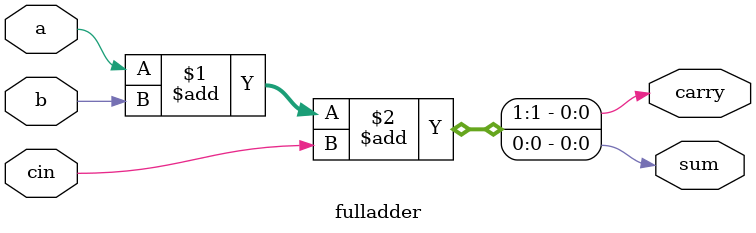
<source format=v>
`timescale 1ns/1ps
module csa #(
    parameter WIDTH = 32
)(
	input  [WIDTH - 1:0] x, y, z,
	output [WIDTH - 1:0] sum, carry
);
	wire [WIDTH - 1:0] carry_stage;

	genvar i;
	generate
		// Stage 1: CSA – 3-input fulladders
		for (i = 0; i < WIDTH; i = i + 1) begin : CSA_STAGE
			fulladder fa (
				.a(x[i]),
				.b(y[i]),
				.cin(z[i]),
				.sum(sum[i]),
				.carry(carry_stage[i])
			);
		end
	endgenerate

	// Stage 2: Ripple Carry Adder – sum_stage1 + (carry_stage << 1)
	// assign {carry, sum}  = sum_out + (carry_stage << 1);
    // assign carry = {carry_stage[WIDTH - 2:0], 1'b0};
	assign carry = carry_stage;
endmodule

module fulladder (
	input a, b, cin,
	output sum, carry
);
	assign {carry, sum} = a + b + cin;
endmodule
</source>
